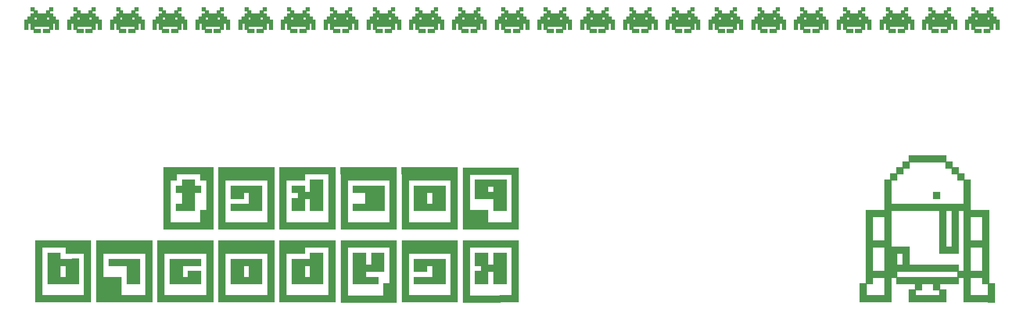
<source format=gbs>
G04 ---------------------------- Layer name :BOTTOM SOLDER LAYER*
G04 easyEDA 0.1*
G04 Scale: 100 percent, Rotated: No, Reflected: No *
G04 Dimensions in inches *
G04 leading zeros omitted , absolute positions ,2 integer and 4 * 
%FSLAX24Y24*%
%MOIN*%
G90*
G70D02*

%ADD12R,0.047370X0.047370*%
%ADD13R,0.027685X0.027685*%

%LPD*%
%LNVIA PAD TRACK COPPERAREA*%
G54D12*
G01X62813Y36355D03*
G01X63206Y36355D03*
G01X63601Y36355D03*
G01X63993Y36355D03*
G01X64388Y36355D03*
G01X64781Y36355D03*
G01X62419Y35961D03*
G01X62026Y35567D03*
G01X61631Y35173D03*
G01X65175Y35961D03*
G01X65568Y35567D03*
G01X65964Y35173D03*
G01X61239Y34780D03*
G01X61239Y34386D03*
G01X61239Y33992D03*
G01X66358Y34779D03*
G01X66358Y34386D03*
G01X66358Y33992D03*
G01X61239Y33598D03*
G01X61239Y33205D03*
G01X61631Y33205D03*
G01X62026Y33204D03*
G01X62419Y33204D03*
G01X62813Y33204D03*
G01X63206Y33204D03*
G01X63993Y33204D03*
G01X63601Y33204D03*
G01X64388Y33204D03*
G01X64781Y33204D03*
G01X65568Y33205D03*
G01X65175Y33205D03*
G01X65961Y33205D03*
G01X66356Y33205D03*
G01X66356Y33598D03*
G01X64385Y33992D03*
G01X61238Y32811D03*
G01X60843Y32811D03*
G01X60450Y32811D03*
G01X60056Y32811D03*
G01X60056Y32417D03*
G01X60056Y32023D03*
G01X60056Y31630D03*
G01X60056Y31236D03*
G01X60056Y30844D03*
G01X60451Y30844D03*
G01X60843Y30844D03*
G01X61238Y30844D03*
G01X61238Y31236D03*
G01X61238Y31630D03*
G01X61238Y32025D03*
G01X61238Y32419D03*
G01X60056Y30450D03*
G01X60055Y30055D03*
G01X60056Y29661D03*
G01X60056Y29267D03*
G01X61238Y30450D03*
G01X61238Y30055D03*
G01X61238Y29661D03*
G01X61238Y29267D03*
G01X60056Y28875D03*
G01X60450Y28875D03*
G01X60843Y28875D03*
G01X61238Y28875D03*
G01X60056Y28480D03*
G01X59663Y28086D03*
G01X59661Y27694D03*
G01X59663Y27300D03*
G01X60056Y27300D03*
G01X60451Y27300D03*
G01X60844Y27300D03*
G01X61238Y27300D03*
G01X61238Y27692D03*
G01X61238Y28088D03*
G01X61238Y28480D03*
G01X67536Y32813D03*
G01X67143Y32815D03*
G01X66748Y32815D03*
G01X66355Y32815D03*
G01X66356Y32421D03*
G01X66356Y32027D03*
G01X66356Y31634D03*
G01X66356Y31240D03*
G01X66356Y30846D03*
G01X66750Y30846D03*
G01X67143Y30846D03*
G01X67538Y30842D03*
G01X67536Y31240D03*
G01X67536Y31634D03*
G01X67536Y32028D03*
G01X67536Y32421D03*
G01X66356Y30453D03*
G01X66354Y30059D03*
G01X66356Y29665D03*
G01X66356Y29271D03*
G01X67536Y30453D03*
G01X67536Y30059D03*
G01X67536Y29665D03*
G01X67536Y29271D03*
G01X66355Y28878D03*
G01X66748Y28878D03*
G01X67143Y28878D03*
G01X67536Y28878D03*
G01X66356Y28484D03*
G01X67931Y27298D03*
G01X66356Y28086D03*
G01X66356Y27692D03*
G01X66356Y27303D03*
G01X66748Y27303D03*
G01X67143Y27300D03*
G01X67538Y27300D03*
G01X67931Y27692D03*
G01X67931Y28086D03*
G01X67536Y28484D03*
G01X61631Y28875D03*
G01X65963Y28875D03*
G01X62023Y29269D03*
G01X62418Y29269D03*
G01X62811Y29269D03*
G01X63205Y29269D03*
G01X63598Y29269D03*
G01X63993Y29269D03*
G01X64385Y29269D03*
G01X64780Y29269D03*
G01X65173Y29269D03*
G01X65567Y29269D03*
G01X62025Y28482D03*
G01X62418Y28482D03*
G01X62813Y28482D03*
G01X63600Y28482D03*
G01X63993Y28482D03*
G01X64386Y28482D03*
G01X64781Y28482D03*
G01X65175Y28482D03*
G01X65568Y28482D03*
G01X63206Y28482D03*
G01X63206Y28088D03*
G01X64388Y28088D03*
G01X62811Y27694D03*
G01X64781Y27694D03*
G01X62810Y27300D03*
G01X64781Y27300D03*
G01X63206Y27300D03*
G01X63600Y27300D03*
G01X63993Y27300D03*
G01X64386Y27300D03*
G01X61631Y29269D03*
G01X61631Y29663D03*
G01X61631Y30055D03*
G01X61631Y30450D03*
G01X62418Y29661D03*
G01X62418Y30055D03*
G01X62418Y30450D03*
G01X62025Y30450D03*
G01X64780Y32811D03*
G01X64781Y32417D03*
G01X64781Y32023D03*
G01X64781Y31630D03*
G01X64781Y31236D03*
G01X64781Y30842D03*
G01X64781Y30450D03*
G01X65175Y30450D03*
G01X65568Y30450D03*
G01X65568Y30844D03*
G01X65568Y31238D03*
G01X65568Y31630D03*
G01X65568Y32025D03*
G01X65568Y32419D03*
G01X65568Y32811D03*
G01X30925Y34386D03*
G01X31319Y34386D03*
G01X30925Y33992D03*
G01X31318Y33992D03*
G01X30925Y33598D03*
G01X31318Y33598D03*
G01X30925Y33205D03*
G01X31318Y33205D03*
G01X32106Y34386D03*
G01X32500Y34388D03*
G01X32106Y33992D03*
G01X32500Y33992D03*
G01X32106Y33598D03*
G01X32500Y33598D03*
G01X32106Y33205D03*
G01X32500Y33205D03*
G01X31713Y34386D03*
G01X31713Y33205D03*
G01X30136Y34782D03*
G01X30138Y34386D03*
G01X30138Y33992D03*
G01X30138Y33598D03*
G01X30138Y33205D03*
G01X30138Y32811D03*
G01X30138Y32417D03*
G01X30138Y32023D03*
G01X30531Y32023D03*
G01X30925Y32023D03*
G01X31318Y32023D03*
G01X31713Y32023D03*
G01X32106Y32023D03*
G01X32500Y32023D03*
G01X32893Y32023D03*
G01X33288Y32023D03*
G01X33288Y32417D03*
G01X33286Y32811D03*
G01X33288Y33205D03*
G01X33286Y33598D03*
G01X33288Y33992D03*
G01X33288Y34386D03*
G01X33288Y34780D03*
G01X30136Y35173D03*
G01X30531Y35173D03*
G01X30925Y35173D03*
G01X31318Y35173D03*
G01X31713Y35173D03*
G01X32106Y35173D03*
G01X32500Y35173D03*
G01X32893Y35173D03*
G01X33288Y35173D03*
G01X35261Y34386D03*
G01X36047Y34384D03*
G01X34865Y34386D03*
G01X36440Y34386D03*
G01X34864Y33990D03*
G01X35261Y33990D03*
G01X35654Y33990D03*
G01X36047Y33992D03*
G01X36440Y33990D03*
G01X34865Y34780D03*
G01X35261Y34780D03*
G01X35654Y34780D03*
G01X36047Y34780D03*
G01X36440Y34780D03*
G01X36050Y33598D03*
G01X36443Y33598D03*
G01X36050Y33205D03*
G01X36443Y33205D03*
G01X34079Y35173D03*
G01X34079Y34780D03*
G01X34079Y34386D03*
G01X34077Y33990D03*
G01X34079Y33598D03*
G01X34077Y33205D03*
G01X34077Y32811D03*
G01X35261Y32811D03*
G01X34473Y32811D03*
G01X34868Y32811D03*
G01X35261Y32417D03*
G01X35261Y32023D03*
G01X35654Y32023D03*
G01X36047Y32023D03*
G01X36443Y32021D03*
G01X36836Y32021D03*
G01X37231Y32415D03*
G01X37231Y32021D03*
G01X37227Y32811D03*
G01X37227Y33205D03*
G01X37227Y33598D03*
G01X37227Y33992D03*
G01X37227Y34386D03*
G01X37227Y34780D03*
G01X37229Y35171D03*
G01X34075Y35565D03*
G01X34472Y35565D03*
G01X34865Y35565D03*
G01X35261Y35565D03*
G01X35654Y35565D03*
G01X36047Y35565D03*
G01X36440Y35565D03*
G01X36836Y35565D03*
G01X37227Y35565D03*
G01X26993Y34386D03*
G01X27388Y34386D03*
G01X27784Y33990D03*
G01X28177Y33990D03*
G01X27784Y33598D03*
G01X28177Y33598D03*
G01X26993Y33205D03*
G01X27386Y33205D03*
G01X28175Y34386D03*
G01X28568Y34388D03*
G01X28572Y33990D03*
G01X28572Y33598D03*
G01X28175Y33205D03*
G01X28568Y33205D03*
G01X27781Y34386D03*
G01X27781Y33205D03*
G01X26203Y34782D03*
G01X26206Y34386D03*
G01X26206Y33992D03*
G01X26206Y33598D03*
G01X26206Y33205D03*
G01X26206Y32811D03*
G01X26206Y32417D03*
G01X26206Y32023D03*
G01X26600Y32023D03*
G01X26993Y32023D03*
G01X27386Y32023D03*
G01X27781Y32023D03*
G01X28175Y32023D03*
G01X28568Y32023D03*
G01X28961Y32023D03*
G01X29356Y32023D03*
G01X29356Y32417D03*
G01X29353Y32811D03*
G01X29356Y33205D03*
G01X29353Y33598D03*
G01X29356Y33992D03*
G01X29356Y34386D03*
G01X29356Y34780D03*
G01X26203Y35173D03*
G01X26600Y35173D03*
G01X26993Y35173D03*
G01X27386Y35173D03*
G01X27781Y35173D03*
G01X28175Y35173D03*
G01X28568Y35173D03*
G01X28961Y35173D03*
G01X29356Y35173D03*
G01X24228Y34776D03*
G01X24228Y34382D03*
G01X24228Y33988D03*
G01X24228Y33594D03*
G01X24228Y33201D03*
G01X24622Y34776D03*
G01X24622Y34384D03*
G01X24622Y33990D03*
G01X24622Y33594D03*
G01X24622Y33203D03*
G01X23834Y33990D03*
G01X23439Y33990D03*
G01X23044Y34382D03*
G01X23438Y34382D03*
G01X23044Y33594D03*
G01X23044Y33201D03*
G01X23438Y33201D03*
G01X23438Y33594D03*
G01X22259Y35173D03*
G01X22261Y34780D03*
G01X22261Y33992D03*
G01X22261Y33596D03*
G01X22261Y33203D03*
G01X22261Y32809D03*
G01X22261Y32415D03*
G01X22261Y32021D03*
G01X22261Y34384D03*
G01X25411Y34780D03*
G01X25413Y34384D03*
G01X25413Y33990D03*
G01X25413Y33596D03*
G01X25413Y33203D03*
G01X25413Y32811D03*
G01X25413Y32415D03*
G01X25413Y32021D03*
G01X25411Y35171D03*
G01X22261Y35567D03*
G01X22653Y35567D03*
G01X23048Y35567D03*
G01X23443Y35567D03*
G01X23836Y35567D03*
G01X24228Y35567D03*
G01X22653Y32023D03*
G01X23050Y32023D03*
G01X23443Y32023D03*
G01X23836Y32023D03*
G01X24228Y32023D03*
G01X24623Y32023D03*
G01X25017Y32023D03*
G01X24625Y35567D03*
G01X25017Y35567D03*
G01X25411Y35567D03*
G01X19109Y34384D03*
G01X19500Y34386D03*
G01X19109Y33990D03*
G01X19500Y33990D03*
G01X20293Y33594D03*
G01X20686Y33594D03*
G01X19109Y33203D03*
G01X19500Y33203D03*
G01X20292Y33988D03*
G01X20684Y33988D03*
G01X19897Y34384D03*
G01X20292Y34384D03*
G01X20288Y33205D03*
G01X20681Y33205D03*
G01X20684Y34382D03*
G01X19894Y33203D03*
G01X18318Y34780D03*
G01X18319Y34384D03*
G01X18319Y33990D03*
G01X18319Y33596D03*
G01X18319Y33203D03*
G01X18319Y32811D03*
G01X18319Y32415D03*
G01X18319Y32021D03*
G01X18713Y32021D03*
G01X19109Y32021D03*
G01X19500Y32021D03*
G01X19894Y32021D03*
G01X20288Y32021D03*
G01X20684Y32021D03*
G01X21075Y32021D03*
G01X21469Y32021D03*
G01X21469Y32415D03*
G01X21468Y32811D03*
G01X21469Y33205D03*
G01X21468Y33596D03*
G01X21469Y33990D03*
G01X21469Y34386D03*
G01X21469Y34778D03*
G01X18318Y35171D03*
G01X18713Y35171D03*
G01X19109Y35171D03*
G01X19500Y35171D03*
G01X19894Y35171D03*
G01X20288Y35171D03*
G01X20681Y35171D03*
G01X21075Y35171D03*
G01X21469Y35171D03*
G01X23046Y35169D03*
G01X23439Y35169D03*
G01X22652Y35169D03*
G01X15967Y34782D03*
G01X15967Y34388D03*
G01X15967Y33994D03*
G01X15967Y33601D03*
G01X15967Y33207D03*
G01X16363Y34782D03*
G01X16363Y34388D03*
G01X16361Y33994D03*
G01X16363Y33601D03*
G01X16361Y33207D03*
G01X15575Y34388D03*
G01X16756Y34388D03*
G01X15571Y33203D03*
G01X15571Y32026D03*
G01X15967Y32026D03*
G01X16363Y32028D03*
G01X16756Y32026D03*
G01X17150Y32028D03*
G01X17542Y32026D03*
G01X17542Y32419D03*
G01X17542Y32815D03*
G01X17542Y33209D03*
G01X17542Y33601D03*
G01X17542Y33994D03*
G01X17542Y34390D03*
G01X17542Y34782D03*
G01X17542Y35176D03*
G01X17150Y35176D03*
G01X16756Y35569D03*
G01X17150Y35569D03*
G01X17542Y35569D03*
G01X16361Y35569D03*
G01X15967Y35569D03*
G01X15575Y35569D03*
G01X15181Y35176D03*
G01X15181Y35569D03*
G01X14788Y34782D03*
G01X14788Y35176D03*
G01X14788Y35569D03*
G01X14788Y34388D03*
G01X14788Y33994D03*
G01X14788Y33601D03*
G01X15181Y32026D03*
G01X14788Y32026D03*
G01X14788Y32419D03*
G01X14788Y32815D03*
G01X14788Y33209D03*
G01X17147Y32415D03*
G01X17147Y32809D03*
G01X34863Y30055D03*
G01X34863Y29663D03*
G01X35254Y29267D03*
G01X34863Y28875D03*
G01X34863Y28482D03*
G01X35259Y30055D03*
G01X35259Y29663D03*
G01X35650Y29267D03*
G01X35259Y28875D03*
G01X35259Y28482D03*
G01X36042Y29265D03*
G01X36436Y29267D03*
G01X36044Y29663D03*
G01X36438Y29661D03*
G01X36438Y30055D03*
G01X36044Y30055D03*
G01X36046Y28873D03*
G01X36044Y28480D03*
G01X36438Y28480D03*
G01X36438Y28875D03*
G01X34077Y30053D03*
G01X34077Y29657D03*
G01X34077Y29263D03*
G01X34077Y28869D03*
G01X34077Y28477D03*
G01X34077Y28082D03*
G01X34077Y27688D03*
G01X34073Y30444D03*
G01X37227Y30055D03*
G01X37227Y29661D03*
G01X37227Y29267D03*
G01X37227Y28873D03*
G01X37227Y28480D03*
G01X37227Y28086D03*
G01X37227Y27692D03*
G01X37223Y30448D03*
G01X34077Y27298D03*
G01X34467Y27298D03*
G01X34863Y27298D03*
G01X35257Y27298D03*
G01X35652Y27298D03*
G01X36042Y27298D03*
G01X36438Y27301D03*
G01X36830Y27301D03*
G01X37227Y27302D03*
G01X34077Y30846D03*
G01X34467Y30846D03*
G01X34863Y30846D03*
G01X35257Y30846D03*
G01X35652Y30846D03*
G01X36042Y30846D03*
G01X36438Y30848D03*
G01X36830Y30848D03*
G01X37227Y30848D03*
G01X30928Y29663D03*
G01X31325Y29665D03*
G01X30928Y29271D03*
G01X31325Y29271D03*
G01X32105Y28873D03*
G01X32500Y28873D03*
G01X30928Y28482D03*
G01X31325Y28482D03*
G01X32111Y29267D03*
G01X32507Y29267D03*
G01X31719Y29663D03*
G01X32111Y29663D03*
G01X32111Y28484D03*
G01X32503Y28484D03*
G01X32507Y29661D03*
G01X31715Y28482D03*
G01X30140Y30059D03*
G01X30140Y29663D03*
G01X30140Y29271D03*
G01X30140Y28877D03*
G01X30140Y28482D03*
G01X30140Y28090D03*
G01X30140Y27696D03*
G01X30140Y27302D03*
G01X30536Y27302D03*
G01X30928Y27302D03*
G01X31325Y27302D03*
G01X31715Y27302D03*
G01X32111Y27302D03*
G01X32503Y27302D03*
G01X32900Y27302D03*
G01X33290Y27302D03*
G01X33290Y27696D03*
G01X33290Y28090D03*
G01X33290Y28484D03*
G01X33290Y28877D03*
G01X33290Y29271D03*
G01X33290Y29665D03*
G01X33290Y30057D03*
G01X30140Y30452D03*
G01X30536Y30452D03*
G01X30928Y30452D03*
G01X31325Y30452D03*
G01X31715Y30452D03*
G01X32111Y30452D03*
G01X32503Y30452D03*
G01X32900Y30452D03*
G01X33290Y30452D03*
G01X26986Y30055D03*
G01X26986Y29661D03*
G01X26986Y29267D03*
G01X27380Y30055D03*
G01X27380Y29661D03*
G01X27380Y29267D03*
G01X28169Y30055D03*
G01X28169Y29661D03*
G01X28169Y29267D03*
G01X28561Y30055D03*
G01X28561Y29661D03*
G01X28561Y29267D03*
G01X27775Y29267D03*
G01X26986Y28873D03*
G01X27378Y28873D03*
G01X28167Y28480D03*
G01X26986Y28480D03*
G01X27775Y28480D03*
G01X27380Y28480D03*
G01X26200Y30842D03*
G01X26594Y30842D03*
G01X26988Y30842D03*
G01X27382Y30842D03*
G01X27775Y30842D03*
G01X28169Y30842D03*
G01X28561Y30842D03*
G01X28957Y30842D03*
G01X29350Y30842D03*
G01X26200Y30055D03*
G01X26200Y29659D03*
G01X26200Y29265D03*
G01X26200Y28871D03*
G01X26200Y28478D03*
G01X28957Y28086D03*
G01X28957Y27692D03*
G01X26594Y27298D03*
G01X26200Y30446D03*
G01X29350Y30055D03*
G01X29350Y29659D03*
G01X29350Y29265D03*
G01X29350Y28871D03*
G01X29350Y28478D03*
G01X29350Y28084D03*
G01X29350Y27690D03*
G01X29350Y27296D03*
G01X29350Y30446D03*
G01X26986Y27298D03*
G01X27382Y27298D03*
G01X27775Y27298D03*
G01X28169Y27298D03*
G01X28561Y27298D03*
G01X28957Y27298D03*
G01X26200Y28086D03*
G01X26200Y27692D03*
G01X26200Y27298D03*
G01X23050Y29663D03*
G01X23444Y29663D03*
G01X23050Y29269D03*
G01X23442Y29269D03*
G01X23050Y28876D03*
G01X23442Y28876D03*
G01X23050Y28482D03*
G01X23442Y28482D03*
G01X24230Y29663D03*
G01X24625Y29665D03*
G01X24230Y29271D03*
G01X24625Y29271D03*
G01X24230Y28877D03*
G01X24625Y28877D03*
G01X24230Y28482D03*
G01X24625Y28482D03*
G01X23836Y29663D03*
G01X23836Y28482D03*
G01X22261Y30059D03*
G01X22261Y29663D03*
G01X22261Y29269D03*
G01X22261Y28876D03*
G01X22261Y28482D03*
G01X22261Y28088D03*
G01X22261Y27694D03*
G01X22261Y27301D03*
G01X22655Y27301D03*
G01X23050Y27301D03*
G01X23442Y27301D03*
G01X23836Y27301D03*
G01X24230Y27301D03*
G01X24625Y27301D03*
G01X25017Y27301D03*
G01X25411Y27301D03*
G01X25411Y27694D03*
G01X25411Y28088D03*
G01X25411Y28482D03*
G01X25411Y28876D03*
G01X25411Y29269D03*
G01X25411Y29663D03*
G01X25411Y30057D03*
G01X22261Y30451D03*
G01X23050Y30844D03*
G01X24625Y30053D03*
G01X22657Y30844D03*
G01X22261Y30844D03*
G01X24232Y30053D03*
G01X23444Y30844D03*
G01X23836Y30844D03*
G01X25411Y30451D03*
G01X24230Y30844D03*
G01X24625Y30844D03*
G01X25019Y30844D03*
G01X25411Y30844D03*
G01X23050Y30448D03*
G01X23442Y30448D03*
G01X22653Y30448D03*
G01X19111Y29663D03*
G01X19505Y29665D03*
G01X19111Y29271D03*
G01X19503Y29271D03*
G01X19111Y28877D03*
G01X19503Y28877D03*
G01X19111Y28482D03*
G01X19503Y28482D03*
G01X20292Y29665D03*
G01X20686Y29665D03*
G01X20292Y29271D03*
G01X20686Y29271D03*
G01X20292Y28878D03*
G01X20686Y28878D03*
G01X20292Y28484D03*
G01X20686Y28484D03*
G01X19900Y29665D03*
G01X19900Y28482D03*
G01X18323Y30059D03*
G01X18325Y29663D03*
G01X18325Y29271D03*
G01X18325Y28877D03*
G01X18325Y28482D03*
G01X18325Y28090D03*
G01X18325Y27696D03*
G01X18325Y27302D03*
G01X18717Y27302D03*
G01X19111Y27302D03*
G01X19503Y27302D03*
G01X19900Y27302D03*
G01X20292Y27302D03*
G01X20686Y27302D03*
G01X21078Y27302D03*
G01X21475Y27302D03*
G01X21475Y27696D03*
G01X21473Y28090D03*
G01X21475Y28484D03*
G01X21473Y28877D03*
G01X21475Y29271D03*
G01X21475Y29665D03*
G01X21475Y30057D03*
G01X18323Y30452D03*
G01X18717Y30452D03*
G01X19111Y30452D03*
G01X19503Y30452D03*
G01X19900Y30452D03*
G01X20292Y30452D03*
G01X20686Y30452D03*
G01X21078Y30452D03*
G01X21475Y30452D03*
G01X15173Y29665D03*
G01X15567Y29665D03*
G01X15173Y28876D03*
G01X15567Y28876D03*
G01X16355Y28877D03*
G01X16750Y28877D03*
G01X15173Y28484D03*
G01X15565Y28484D03*
G01X15175Y29267D03*
G01X15569Y29267D03*
G01X15961Y29663D03*
G01X16357Y29663D03*
G01X16353Y28484D03*
G01X16748Y28484D03*
G01X16750Y29663D03*
G01X15961Y28484D03*
G01X14384Y30061D03*
G01X14386Y29665D03*
G01X14386Y29271D03*
G01X14386Y28878D03*
G01X14386Y28484D03*
G01X14386Y28090D03*
G01X14386Y27696D03*
G01X14386Y27303D03*
G01X14778Y27303D03*
G01X15173Y27303D03*
G01X15565Y27303D03*
G01X15961Y27303D03*
G01X16353Y27303D03*
G01X16748Y27303D03*
G01X17140Y27303D03*
G01X17536Y27303D03*
G01X17536Y27696D03*
G01X17534Y28090D03*
G01X17536Y28484D03*
G01X17534Y28878D03*
G01X17536Y29271D03*
G01X17536Y29665D03*
G01X17536Y30059D03*
G01X14384Y30453D03*
G01X14778Y30453D03*
G01X15173Y30453D03*
G01X15565Y30453D03*
G01X15961Y30453D03*
G01X16353Y30453D03*
G01X16748Y30453D03*
G01X17140Y30453D03*
G01X17536Y30453D03*
G01X11239Y29661D03*
G01X12419Y29267D03*
G01X12419Y28875D03*
G01X12419Y28480D03*
G01X11631Y29661D03*
G01X12813Y29267D03*
G01X12813Y28875D03*
G01X12813Y28480D03*
G01X12026Y29661D03*
G01X12419Y29661D03*
G01X10457Y27303D03*
G01X10850Y27303D03*
G01X10453Y27698D03*
G01X10455Y28092D03*
G01X10453Y28486D03*
G01X10455Y28880D03*
G01X10455Y29273D03*
G01X10455Y29667D03*
G01X10455Y30061D03*
G01X11244Y27303D03*
G01X11636Y27303D03*
G01X12030Y27303D03*
G01X12423Y27303D03*
G01X10844Y27694D03*
G01X10844Y28088D03*
G01X11240Y28088D03*
G01X11632Y28088D03*
G01X12813Y29661D03*
G01X13607Y29271D03*
G01X13607Y28878D03*
G01X11632Y28482D03*
G01X11238Y27694D03*
G01X11632Y27694D03*
G01X13211Y27303D03*
G01X12817Y27303D03*
G01X10844Y28482D03*
G01X11240Y28482D03*
G01X13605Y30059D03*
G01X13605Y29665D03*
G01X13605Y28092D03*
G01X13605Y28484D03*
G01X13605Y27698D03*
G01X13605Y27303D03*
G01X7303Y29665D03*
G01X7696Y29665D03*
G01X7303Y29271D03*
G01X7694Y29271D03*
G01X7303Y28878D03*
G01X7694Y28878D03*
G01X7303Y28484D03*
G01X7694Y28484D03*
G01X8482Y29665D03*
G01X8878Y29667D03*
G01X8482Y29273D03*
G01X8875Y29273D03*
G01X8482Y28878D03*
G01X8875Y28878D03*
G01X8482Y28484D03*
G01X8875Y28484D03*
G01X8088Y29665D03*
G01X8088Y28484D03*
G01X6511Y30061D03*
G01X6513Y29665D03*
G01X6513Y29271D03*
G01X6513Y28878D03*
G01X6513Y28484D03*
G01X6513Y28090D03*
G01X6513Y27696D03*
G01X6513Y27303D03*
G01X6907Y27303D03*
G01X7303Y27303D03*
G01X7694Y27303D03*
G01X8088Y27303D03*
G01X8482Y27303D03*
G01X8878Y27303D03*
G01X9269Y27303D03*
G01X9663Y27303D03*
G01X9663Y27696D03*
G01X9661Y28090D03*
G01X9663Y28484D03*
G01X9661Y28878D03*
G01X9663Y29271D03*
G01X9663Y29665D03*
G01X9663Y30059D03*
G01X6511Y30453D03*
G01X7303Y30846D03*
G01X7694Y30055D03*
G01X6907Y30846D03*
G01X6515Y30846D03*
G01X7302Y30055D03*
G01X7696Y30846D03*
G01X8090Y30846D03*
G01X9663Y30453D03*
G01X8482Y30846D03*
G01X8878Y30846D03*
G01X9271Y30846D03*
G01X9665Y30846D03*
G01X8878Y30448D03*
G01X9271Y30448D03*
G01X8484Y30448D03*
G01X34860Y32419D03*
G01X34859Y32026D03*
G01X34465Y32027D03*
G01X34072Y32027D03*
G01X34072Y32421D03*
G01X34465Y32419D03*
G01X30132Y35569D03*
G01X30528Y35569D03*
G01X30923Y35569D03*
G01X31318Y35569D03*
G01X31711Y35569D03*
G01X32103Y35569D03*
G01X32498Y35569D03*
G01X32893Y35569D03*
G01X33285Y35569D03*
G01X26197Y35569D03*
G01X26593Y35569D03*
G01X26986Y35569D03*
G01X27381Y35569D03*
G01X27775Y35569D03*
G01X28168Y35569D03*
G01X28561Y35569D03*
G01X28956Y35569D03*
G01X29348Y35569D03*
G01X18323Y35569D03*
G01X18719Y35569D03*
G01X19114Y35569D03*
G01X19509Y35569D03*
G01X19902Y35569D03*
G01X20294Y35569D03*
G01X20689Y35569D03*
G01X21084Y35569D03*
G01X21475Y35569D03*
G01X30140Y30844D03*
G01X30536Y30844D03*
G01X30928Y30844D03*
G01X31325Y30844D03*
G01X31717Y30844D03*
G01X32111Y30844D03*
G01X32503Y30844D03*
G01X32900Y30844D03*
G01X33290Y30844D03*
G01X18328Y30844D03*
G01X18725Y30844D03*
G01X19119Y30844D03*
G01X19513Y30844D03*
G01X19906Y30844D03*
G01X20300Y30844D03*
G01X20694Y30844D03*
G01X21088Y30844D03*
G01X21480Y30844D03*
G01X14392Y30844D03*
G01X14788Y30844D03*
G01X15182Y30844D03*
G01X15577Y30844D03*
G01X15969Y30844D03*
G01X16363Y30844D03*
G01X16757Y30844D03*
G01X17152Y30844D03*
G01X17544Y30844D03*
G01X10450Y30450D03*
G01X10844Y30450D03*
G01X11239Y30450D03*
G01X11631Y30450D03*
G01X12025Y30450D03*
G01X12419Y30450D03*
G01X12814Y30450D03*
G01X13206Y30450D03*
G01X13602Y30448D03*
G01X10450Y30844D03*
G01X10844Y30844D03*
G01X11239Y30844D03*
G01X11631Y30844D03*
G01X12025Y30844D03*
G01X12419Y30844D03*
G01X12814Y30844D03*
G01X13206Y30844D03*
G01X13602Y30842D03*
G01X14389Y30844D03*
G01X14784Y30844D03*
G01X15178Y30844D03*
G01X15571Y30844D03*
G01X15964Y30844D03*
G01X16359Y30844D03*
G01X16753Y30844D03*
G01X17146Y30844D03*
G01X17542Y30842D03*
G01X18325Y30844D03*
G01X18719Y30844D03*
G01X19114Y30844D03*
G01X19506Y30844D03*
G01X19900Y30844D03*
G01X20294Y30844D03*
G01X20689Y30844D03*
G01X21081Y30844D03*
G01X21477Y30842D03*
G01X22260Y30844D03*
G01X22656Y30844D03*
G01X23051Y30844D03*
G01X23443Y30844D03*
G01X23835Y30844D03*
G01X24231Y30844D03*
G01X24626Y30844D03*
G01X25018Y30844D03*
G01X25414Y30842D03*
G01X30135Y30844D03*
G01X30531Y30844D03*
G01X30926Y30844D03*
G01X31318Y30844D03*
G01X31710Y30844D03*
G01X32106Y30844D03*
G01X32501Y30844D03*
G01X32893Y30844D03*
G01X33289Y30842D03*
G01X34072Y30844D03*
G01X34468Y30844D03*
G01X34863Y30844D03*
G01X35255Y30844D03*
G01X35647Y30844D03*
G01X36043Y30844D03*
G01X36438Y30844D03*
G01X36830Y30844D03*
G01X37226Y30842D03*
G01X26197Y35567D03*
G01X26593Y35567D03*
G01X26988Y35567D03*
G01X27380Y35567D03*
G01X27772Y35567D03*
G01X28168Y35567D03*
G01X28563Y35567D03*
G01X28955Y35567D03*
G01X29351Y35567D03*
G01X18325Y35567D03*
G01X18719Y35567D03*
G01X19114Y35567D03*
G01X19506Y35567D03*
G01X19900Y35567D03*
G01X20294Y35567D03*
G01X20689Y35567D03*
G01X21081Y35567D03*
G01X21477Y35567D03*
G54D13*
G01X6121Y46001D03*
G01X6317Y45805D03*
G01X7105Y45805D03*
G01X7301Y46001D03*
G01X6119Y45607D03*
G01X6317Y45607D03*
G01X6514Y45607D03*
G01X6711Y45607D03*
G01X6907Y45607D03*
G01X7103Y45607D03*
G01X7301Y45607D03*
G01X5923Y45409D03*
G01X6121Y45409D03*
G01X7301Y45409D03*
G01X7498Y45409D03*
G01X6514Y45409D03*
G01X6711Y45409D03*
G01X5726Y45213D03*
G01X6907Y45409D03*
G01X5923Y45213D03*
G01X6119Y45213D03*
G01X6317Y45213D03*
G01X6513Y45213D03*
G01X6710Y45213D03*
G01X6907Y45213D03*
G01X7103Y45213D03*
G01X7301Y45213D03*
G01X7498Y45213D03*
G01X7694Y45213D03*
G01X5726Y45015D03*
G01X5726Y44819D03*
G01X7694Y45017D03*
G01X7694Y44819D03*
G01X6121Y45015D03*
G01X6119Y44819D03*
G01X7302Y44819D03*
G01X7301Y45017D03*
G01X6315Y45015D03*
G01X6511Y45015D03*
G01X6709Y45015D03*
G01X6906Y45015D03*
G01X7103Y45015D03*
G01X6317Y44621D03*
G01X6513Y44623D03*
G01X7103Y44621D03*
G01X6907Y44623D03*
G01X8878Y46001D03*
G01X9075Y45805D03*
G01X9863Y45805D03*
G01X10059Y46001D03*
G01X8877Y45607D03*
G01X9075Y45607D03*
G01X9272Y45607D03*
G01X9469Y45607D03*
G01X9665Y45607D03*
G01X9861Y45607D03*
G01X10059Y45607D03*
G01X8681Y45409D03*
G01X8878Y45409D03*
G01X10059Y45409D03*
G01X10256Y45409D03*
G01X9272Y45409D03*
G01X9469Y45409D03*
G01X8484Y45213D03*
G01X9665Y45409D03*
G01X8681Y45213D03*
G01X8877Y45213D03*
G01X9075Y45213D03*
G01X9271Y45213D03*
G01X9468Y45213D03*
G01X9665Y45213D03*
G01X9861Y45213D03*
G01X10059Y45213D03*
G01X10256Y45213D03*
G01X10452Y45213D03*
G01X8484Y45015D03*
G01X8484Y44819D03*
G01X10452Y45017D03*
G01X10452Y44819D03*
G01X8878Y45015D03*
G01X8877Y44819D03*
G01X10060Y44819D03*
G01X10059Y45017D03*
G01X9073Y45015D03*
G01X9269Y45015D03*
G01X9467Y45015D03*
G01X9664Y45015D03*
G01X9861Y45015D03*
G01X9075Y44621D03*
G01X9271Y44623D03*
G01X9861Y44621D03*
G01X9665Y44623D03*
G01X11635Y46001D03*
G01X11831Y45805D03*
G01X12618Y45805D03*
G01X12814Y46001D03*
G01X11634Y45607D03*
G01X11831Y45607D03*
G01X12027Y45607D03*
G01X12226Y45607D03*
G01X12422Y45607D03*
G01X12618Y45607D03*
G01X12814Y45607D03*
G01X11438Y45409D03*
G01X11635Y45409D03*
G01X12814Y45409D03*
G01X13013Y45409D03*
G01X12027Y45409D03*
G01X12226Y45409D03*
G01X11239Y45213D03*
G01X12422Y45409D03*
G01X11438Y45213D03*
G01X11634Y45213D03*
G01X11831Y45213D03*
G01X12027Y45213D03*
G01X12223Y45213D03*
G01X12422Y45213D03*
G01X12618Y45213D03*
G01X12814Y45213D03*
G01X13013Y45213D03*
G01X13209Y45213D03*
G01X11239Y45015D03*
G01X11239Y44819D03*
G01X13209Y45017D03*
G01X13209Y44819D03*
G01X11635Y45015D03*
G01X11634Y44819D03*
G01X12815Y44819D03*
G01X12814Y45017D03*
G01X11830Y45015D03*
G01X12026Y45015D03*
G01X12222Y45015D03*
G01X12419Y45015D03*
G01X12618Y45015D03*
G01X11831Y44621D03*
G01X12027Y44623D03*
G01X12618Y44621D03*
G01X12422Y44623D03*
G01X14389Y46001D03*
G01X14585Y45805D03*
G01X15373Y45805D03*
G01X15569Y46001D03*
G01X14389Y45607D03*
G01X14585Y45607D03*
G01X14782Y45607D03*
G01X14981Y45607D03*
G01X15177Y45607D03*
G01X15372Y45607D03*
G01X15569Y45607D03*
G01X14193Y45409D03*
G01X14389Y45409D03*
G01X15569Y45409D03*
G01X15768Y45409D03*
G01X14782Y45409D03*
G01X14981Y45409D03*
G01X13994Y45213D03*
G01X15177Y45409D03*
G01X14193Y45213D03*
G01X14389Y45213D03*
G01X14585Y45213D03*
G01X14781Y45213D03*
G01X14978Y45213D03*
G01X15177Y45213D03*
G01X15372Y45213D03*
G01X15569Y45213D03*
G01X15768Y45213D03*
G01X15964Y45213D03*
G01X13994Y45015D03*
G01X13994Y44819D03*
G01X15964Y45017D03*
G01X15964Y44819D03*
G01X14389Y45015D03*
G01X14389Y44819D03*
G01X15571Y44819D03*
G01X15569Y45017D03*
G01X14585Y45015D03*
G01X14781Y45015D03*
G01X14977Y45015D03*
G01X15175Y45015D03*
G01X15372Y45015D03*
G01X14585Y44621D03*
G01X14781Y44623D03*
G01X15372Y44621D03*
G01X15177Y44623D03*
G01X17146Y46001D03*
G01X17342Y45805D03*
G01X18130Y45805D03*
G01X18326Y46001D03*
G01X17144Y45607D03*
G01X17342Y45607D03*
G01X17539Y45607D03*
G01X17736Y45607D03*
G01X17932Y45607D03*
G01X18128Y45607D03*
G01X18326Y45607D03*
G01X16948Y45409D03*
G01X17146Y45409D03*
G01X18326Y45409D03*
G01X18523Y45409D03*
G01X17539Y45409D03*
G01X17736Y45409D03*
G01X16751Y45213D03*
G01X17932Y45409D03*
G01X16948Y45213D03*
G01X17144Y45213D03*
G01X17342Y45213D03*
G01X17538Y45213D03*
G01X17735Y45213D03*
G01X17932Y45213D03*
G01X18128Y45213D03*
G01X18326Y45213D03*
G01X18523Y45213D03*
G01X18719Y45213D03*
G01X16751Y45017D03*
G01X16751Y44821D03*
G01X18719Y45017D03*
G01X18719Y44821D03*
G01X17146Y45017D03*
G01X17144Y44821D03*
G01X18327Y44821D03*
G01X18326Y45017D03*
G01X17340Y45017D03*
G01X17536Y45017D03*
G01X17734Y45017D03*
G01X17931Y45017D03*
G01X18128Y45017D03*
G01X17342Y44623D03*
G01X17538Y44623D03*
G01X18128Y44623D03*
G01X17932Y44623D03*
G01X19902Y46001D03*
G01X20097Y45805D03*
G01X20885Y45805D03*
G01X21081Y46001D03*
G01X19901Y45607D03*
G01X20097Y45607D03*
G01X20294Y45607D03*
G01X20493Y45607D03*
G01X20689Y45607D03*
G01X20885Y45607D03*
G01X21081Y45607D03*
G01X19705Y45409D03*
G01X19902Y45409D03*
G01X21081Y45409D03*
G01X21280Y45409D03*
G01X20294Y45409D03*
G01X20493Y45409D03*
G01X19506Y45213D03*
G01X20689Y45409D03*
G01X19705Y45213D03*
G01X19901Y45213D03*
G01X20097Y45213D03*
G01X20293Y45213D03*
G01X20490Y45213D03*
G01X20689Y45213D03*
G01X20885Y45213D03*
G01X21081Y45213D03*
G01X21280Y45213D03*
G01X21476Y45213D03*
G01X19506Y45015D03*
G01X19506Y44819D03*
G01X21476Y45017D03*
G01X21476Y44819D03*
G01X19902Y45015D03*
G01X19901Y44819D03*
G01X21082Y44819D03*
G01X21081Y45017D03*
G01X20097Y45015D03*
G01X20293Y45015D03*
G01X20489Y45015D03*
G01X20686Y45015D03*
G01X20885Y45015D03*
G01X20097Y44621D03*
G01X20293Y44623D03*
G01X20885Y44621D03*
G01X20689Y44623D03*
G01X22656Y46001D03*
G01X22852Y45805D03*
G01X23640Y45805D03*
G01X23836Y46001D03*
G01X22656Y45607D03*
G01X22852Y45607D03*
G01X23050Y45607D03*
G01X23247Y45607D03*
G01X23443Y45607D03*
G01X23639Y45607D03*
G01X23836Y45607D03*
G01X22460Y45409D03*
G01X22656Y45409D03*
G01X23836Y45411D03*
G01X24035Y45411D03*
G01X23050Y45411D03*
G01X23247Y45411D03*
G01X22261Y45213D03*
G01X23443Y45411D03*
G01X22460Y45213D03*
G01X22656Y45213D03*
G01X22852Y45213D03*
G01X23048Y45213D03*
G01X23246Y45213D03*
G01X23443Y45213D03*
G01X23639Y45213D03*
G01X23836Y45213D03*
G01X24035Y45213D03*
G01X24231Y45213D03*
G01X22261Y45017D03*
G01X22261Y44821D03*
G01X24231Y45017D03*
G01X24231Y44821D03*
G01X22656Y45017D03*
G01X22656Y44821D03*
G01X23838Y44821D03*
G01X23836Y45017D03*
G01X22852Y45017D03*
G01X23047Y45017D03*
G01X23244Y45017D03*
G01X23442Y45017D03*
G01X23639Y45017D03*
G01X22852Y44623D03*
G01X23048Y44623D03*
G01X23639Y44623D03*
G01X23443Y44623D03*
G01X25413Y46001D03*
G01X25609Y45805D03*
G01X26397Y45805D03*
G01X26593Y46001D03*
G01X25411Y45607D03*
G01X25609Y45607D03*
G01X25806Y45607D03*
G01X26003Y45607D03*
G01X26200Y45607D03*
G01X26396Y45607D03*
G01X26593Y45607D03*
G01X25215Y45409D03*
G01X25413Y45409D03*
G01X26593Y45409D03*
G01X26790Y45409D03*
G01X25806Y45409D03*
G01X26003Y45409D03*
G01X25018Y45213D03*
G01X26200Y45409D03*
G01X25215Y45213D03*
G01X25411Y45213D03*
G01X25609Y45213D03*
G01X25805Y45213D03*
G01X26002Y45213D03*
G01X26200Y45213D03*
G01X26396Y45213D03*
G01X26593Y45213D03*
G01X26790Y45213D03*
G01X26986Y45213D03*
G01X25018Y45015D03*
G01X25018Y44819D03*
G01X26986Y45017D03*
G01X26986Y44819D03*
G01X25413Y45015D03*
G01X25411Y44819D03*
G01X26593Y44819D03*
G01X26593Y45017D03*
G01X25607Y45015D03*
G01X25803Y45015D03*
G01X26001Y45015D03*
G01X26197Y45015D03*
G01X26396Y45015D03*
G01X25609Y44621D03*
G01X25805Y44623D03*
G01X26396Y44621D03*
G01X26200Y44623D03*
G01X28168Y46001D03*
G01X28364Y45805D03*
G01X29152Y45805D03*
G01X29348Y46001D03*
G01X28168Y45607D03*
G01X28364Y45607D03*
G01X28560Y45607D03*
G01X28760Y45607D03*
G01X28956Y45607D03*
G01X29152Y45607D03*
G01X29348Y45607D03*
G01X27972Y45409D03*
G01X28168Y45409D03*
G01X29348Y45409D03*
G01X29547Y45409D03*
G01X28560Y45409D03*
G01X28760Y45409D03*
G01X27773Y45213D03*
G01X28956Y45409D03*
G01X27972Y45213D03*
G01X28168Y45213D03*
G01X28364Y45213D03*
G01X28560Y45213D03*
G01X28756Y45213D03*
G01X28956Y45213D03*
G01X29152Y45213D03*
G01X29348Y45213D03*
G01X29547Y45213D03*
G01X29743Y45213D03*
G01X27773Y45017D03*
G01X27773Y44821D03*
G01X29743Y45017D03*
G01X29743Y44821D03*
G01X28168Y45017D03*
G01X28168Y44821D03*
G01X29348Y44821D03*
G01X29348Y45017D03*
G01X28364Y45017D03*
G01X28560Y45017D03*
G01X28756Y45017D03*
G01X28952Y45017D03*
G01X29152Y45017D03*
G01X28364Y44623D03*
G01X28560Y44623D03*
G01X29152Y44623D03*
G01X28956Y44623D03*
G01X30926Y46001D03*
G01X31122Y45805D03*
G01X31910Y45805D03*
G01X32106Y46001D03*
G01X30926Y45607D03*
G01X31122Y45607D03*
G01X31319Y45607D03*
G01X31518Y45607D03*
G01X31714Y45607D03*
G01X31910Y45607D03*
G01X32106Y45607D03*
G01X30730Y45409D03*
G01X30926Y45409D03*
G01X32106Y45409D03*
G01X32305Y45409D03*
G01X31319Y45409D03*
G01X31518Y45409D03*
G01X30531Y45213D03*
G01X31714Y45409D03*
G01X30730Y45213D03*
G01X30926Y45213D03*
G01X31122Y45213D03*
G01X31318Y45213D03*
G01X31515Y45213D03*
G01X31714Y45213D03*
G01X31910Y45213D03*
G01X32106Y45213D03*
G01X32305Y45213D03*
G01X32501Y45213D03*
G01X30531Y45015D03*
G01X30531Y44819D03*
G01X32501Y45017D03*
G01X32501Y44819D03*
G01X30926Y45015D03*
G01X30926Y44819D03*
G01X32107Y44819D03*
G01X32106Y45017D03*
G01X31122Y45015D03*
G01X31318Y45015D03*
G01X31514Y45015D03*
G01X31711Y45015D03*
G01X31910Y45015D03*
G01X31122Y44621D03*
G01X31318Y44623D03*
G01X31910Y44621D03*
G01X31714Y44623D03*
G01X33681Y46001D03*
G01X33877Y45805D03*
G01X34667Y45805D03*
G01X34863Y46001D03*
G01X33681Y45607D03*
G01X33877Y45607D03*
G01X34076Y45607D03*
G01X34272Y45607D03*
G01X34468Y45607D03*
G01X34664Y45607D03*
G01X34863Y45607D03*
G01X33485Y45409D03*
G01X33681Y45409D03*
G01X34863Y45411D03*
G01X35060Y45411D03*
G01X34076Y45411D03*
G01X34272Y45411D03*
G01X33288Y45213D03*
G01X34468Y45411D03*
G01X33485Y45213D03*
G01X33681Y45213D03*
G01X33877Y45213D03*
G01X34075Y45213D03*
G01X34272Y45213D03*
G01X34468Y45213D03*
G01X34664Y45213D03*
G01X34863Y45213D03*
G01X35060Y45213D03*
G01X35256Y45213D03*
G01X33288Y45017D03*
G01X33288Y44821D03*
G01X35256Y45017D03*
G01X35256Y44821D03*
G01X33681Y45017D03*
G01X33681Y44821D03*
G01X34864Y44821D03*
G01X34863Y45017D03*
G01X33877Y45017D03*
G01X34072Y45017D03*
G01X34271Y45017D03*
G01X34468Y45017D03*
G01X34664Y45017D03*
G01X33877Y44623D03*
G01X34075Y44623D03*
G01X34664Y44623D03*
G01X34468Y44623D03*
G01X36438Y46001D03*
G01X36634Y45805D03*
G01X37422Y45805D03*
G01X37618Y46001D03*
G01X36435Y45607D03*
G01X36634Y45607D03*
G01X36831Y45607D03*
G01X37029Y45607D03*
G01X37225Y45607D03*
G01X37421Y45607D03*
G01X37618Y45607D03*
G01X36239Y45409D03*
G01X36438Y45409D03*
G01X37618Y45409D03*
G01X37814Y45409D03*
G01X36831Y45409D03*
G01X37029Y45409D03*
G01X36043Y45213D03*
G01X37225Y45409D03*
G01X36239Y45213D03*
G01X36435Y45213D03*
G01X36634Y45213D03*
G01X36830Y45213D03*
G01X37027Y45213D03*
G01X37225Y45213D03*
G01X37421Y45213D03*
G01X37618Y45213D03*
G01X37814Y45213D03*
G01X38010Y45213D03*
G01X36043Y45015D03*
G01X36043Y44819D03*
G01X38010Y45017D03*
G01X38010Y44819D03*
G01X36438Y45015D03*
G01X36435Y44819D03*
G01X37618Y44819D03*
G01X37618Y45017D03*
G01X36631Y45015D03*
G01X36829Y45015D03*
G01X37026Y45015D03*
G01X37222Y45015D03*
G01X37421Y45015D03*
G01X36634Y44621D03*
G01X36830Y44623D03*
G01X37421Y44621D03*
G01X37225Y44623D03*
G01X39186Y46002D03*
G01X39382Y45805D03*
G01X40171Y45805D03*
G01X40367Y46002D03*
G01X39185Y45607D03*
G01X39382Y45607D03*
G01X39580Y45607D03*
G01X39777Y45607D03*
G01X39973Y45607D03*
G01X40169Y45607D03*
G01X40367Y45607D03*
G01X38989Y45409D03*
G01X39186Y45409D03*
G01X40367Y45411D03*
G01X40564Y45411D03*
G01X39580Y45411D03*
G01X39777Y45411D03*
G01X38792Y45213D03*
G01X39973Y45411D03*
G01X38989Y45213D03*
G01X39185Y45213D03*
G01X39382Y45213D03*
G01X39579Y45213D03*
G01X39776Y45213D03*
G01X39973Y45213D03*
G01X40169Y45213D03*
G01X40367Y45213D03*
G01X40564Y45213D03*
G01X40760Y45213D03*
G01X38792Y45017D03*
G01X38792Y44821D03*
G01X40760Y45017D03*
G01X40760Y44821D03*
G01X39186Y45017D03*
G01X39185Y44821D03*
G01X40368Y44821D03*
G01X40367Y45017D03*
G01X39381Y45017D03*
G01X39577Y45017D03*
G01X39775Y45017D03*
G01X39972Y45017D03*
G01X40169Y45017D03*
G01X39382Y44623D03*
G01X39579Y44625D03*
G01X40169Y44623D03*
G01X39973Y44625D03*
G01X41944Y46002D03*
G01X42140Y45805D03*
G01X42929Y45805D03*
G01X43125Y46002D03*
G01X41943Y45607D03*
G01X42140Y45607D03*
G01X42338Y45607D03*
G01X42535Y45607D03*
G01X42731Y45607D03*
G01X42927Y45607D03*
G01X43125Y45607D03*
G01X41747Y45409D03*
G01X41944Y45409D03*
G01X43125Y45411D03*
G01X43322Y45411D03*
G01X42338Y45411D03*
G01X42535Y45411D03*
G01X41550Y45213D03*
G01X42731Y45411D03*
G01X41747Y45213D03*
G01X41943Y45213D03*
G01X42140Y45213D03*
G01X42336Y45213D03*
G01X42534Y45213D03*
G01X42731Y45213D03*
G01X42927Y45213D03*
G01X43125Y45213D03*
G01X43322Y45213D03*
G01X43518Y45213D03*
G01X41550Y45017D03*
G01X41550Y44821D03*
G01X43518Y45017D03*
G01X43518Y44821D03*
G01X41944Y45017D03*
G01X41943Y44821D03*
G01X43126Y44821D03*
G01X43125Y45017D03*
G01X42139Y45017D03*
G01X42335Y45017D03*
G01X42532Y45017D03*
G01X42730Y45017D03*
G01X42927Y45017D03*
G01X42140Y44623D03*
G01X42336Y44625D03*
G01X42927Y44623D03*
G01X42731Y44625D03*
G01X44701Y46002D03*
G01X44897Y45805D03*
G01X45685Y45805D03*
G01X45881Y46002D03*
G01X44700Y45607D03*
G01X44897Y45607D03*
G01X45093Y45607D03*
G01X45292Y45607D03*
G01X45488Y45607D03*
G01X45684Y45607D03*
G01X45881Y45607D03*
G01X44504Y45409D03*
G01X44701Y45409D03*
G01X45881Y45411D03*
G01X46079Y45411D03*
G01X45093Y45411D03*
G01X45292Y45411D03*
G01X44306Y45213D03*
G01X45488Y45411D03*
G01X44504Y45213D03*
G01X44700Y45213D03*
G01X44897Y45213D03*
G01X45093Y45213D03*
G01X45289Y45213D03*
G01X45488Y45213D03*
G01X45684Y45213D03*
G01X45881Y45213D03*
G01X46079Y45213D03*
G01X46275Y45213D03*
G01X44306Y45017D03*
G01X44306Y44821D03*
G01X46275Y45017D03*
G01X46275Y44821D03*
G01X44701Y45017D03*
G01X44700Y44821D03*
G01X45881Y44821D03*
G01X45881Y45017D03*
G01X44896Y45017D03*
G01X45092Y45017D03*
G01X45289Y45017D03*
G01X45485Y45017D03*
G01X45684Y45017D03*
G01X44897Y44623D03*
G01X45093Y44625D03*
G01X45684Y44623D03*
G01X45488Y44625D03*
G01X47456Y46002D03*
G01X47652Y45805D03*
G01X48439Y45805D03*
G01X48635Y46002D03*
G01X47455Y45607D03*
G01X47652Y45607D03*
G01X47848Y45607D03*
G01X48047Y45607D03*
G01X48243Y45607D03*
G01X48439Y45607D03*
G01X48635Y45607D03*
G01X47259Y45409D03*
G01X47456Y45409D03*
G01X48635Y45411D03*
G01X48834Y45411D03*
G01X47848Y45411D03*
G01X48047Y45411D03*
G01X47060Y45213D03*
G01X48243Y45411D03*
G01X47259Y45213D03*
G01X47455Y45213D03*
G01X47652Y45213D03*
G01X47847Y45213D03*
G01X48044Y45213D03*
G01X48243Y45213D03*
G01X48439Y45213D03*
G01X48635Y45213D03*
G01X48834Y45213D03*
G01X49030Y45213D03*
G01X47060Y45017D03*
G01X47060Y44821D03*
G01X49030Y45017D03*
G01X49030Y44821D03*
G01X47456Y45017D03*
G01X47455Y44821D03*
G01X48636Y44821D03*
G01X48635Y45017D03*
G01X47651Y45017D03*
G01X47847Y45017D03*
G01X48043Y45017D03*
G01X48240Y45017D03*
G01X48439Y45017D03*
G01X47652Y44623D03*
G01X47847Y44625D03*
G01X48439Y44623D03*
G01X48243Y44625D03*
G01X50211Y46002D03*
G01X50407Y45805D03*
G01X51196Y45805D03*
G01X51392Y46002D03*
G01X50210Y45607D03*
G01X50407Y45607D03*
G01X50605Y45607D03*
G01X50802Y45607D03*
G01X50998Y45607D03*
G01X51194Y45607D03*
G01X51392Y45607D03*
G01X50014Y45409D03*
G01X50211Y45409D03*
G01X51392Y45411D03*
G01X51589Y45411D03*
G01X50605Y45411D03*
G01X50802Y45411D03*
G01X49817Y45213D03*
G01X50998Y45411D03*
G01X50014Y45213D03*
G01X50210Y45213D03*
G01X50407Y45213D03*
G01X50604Y45213D03*
G01X50801Y45213D03*
G01X50998Y45213D03*
G01X51194Y45213D03*
G01X51392Y45213D03*
G01X51589Y45213D03*
G01X51785Y45213D03*
G01X49817Y45017D03*
G01X49817Y44823D03*
G01X51785Y45017D03*
G01X51785Y44823D03*
G01X50211Y45017D03*
G01X50210Y44823D03*
G01X51393Y44823D03*
G01X51392Y45017D03*
G01X50406Y45017D03*
G01X50602Y45017D03*
G01X50800Y45017D03*
G01X50997Y45017D03*
G01X51194Y45017D03*
G01X50407Y44625D03*
G01X50604Y44625D03*
G01X51194Y44625D03*
G01X50998Y44625D03*
G01X52968Y46002D03*
G01X53164Y45805D03*
G01X53952Y45805D03*
G01X54147Y46002D03*
G01X52967Y45607D03*
G01X53164Y45607D03*
G01X53360Y45607D03*
G01X53559Y45607D03*
G01X53755Y45607D03*
G01X53951Y45607D03*
G01X54147Y45607D03*
G01X52771Y45409D03*
G01X52968Y45409D03*
G01X54147Y45411D03*
G01X54346Y45411D03*
G01X53360Y45411D03*
G01X53559Y45411D03*
G01X52572Y45215D03*
G01X53755Y45411D03*
G01X52771Y45215D03*
G01X52967Y45215D03*
G01X53164Y45215D03*
G01X53360Y45215D03*
G01X53556Y45215D03*
G01X53755Y45215D03*
G01X53951Y45215D03*
G01X54147Y45215D03*
G01X54346Y45215D03*
G01X54542Y45215D03*
G01X52572Y45017D03*
G01X52572Y44821D03*
G01X54542Y45019D03*
G01X54542Y44821D03*
G01X52968Y45017D03*
G01X52967Y44821D03*
G01X54148Y44821D03*
G01X54147Y45019D03*
G01X53163Y45017D03*
G01X53359Y45017D03*
G01X53556Y45017D03*
G01X53752Y45017D03*
G01X53951Y45017D03*
G01X53164Y44623D03*
G01X53360Y44625D03*
G01X53951Y44623D03*
G01X53755Y44625D03*
G01X55722Y46002D03*
G01X55918Y45805D03*
G01X56706Y45805D03*
G01X56902Y46002D03*
G01X55722Y45607D03*
G01X55918Y45607D03*
G01X56115Y45607D03*
G01X56314Y45607D03*
G01X56510Y45607D03*
G01X56706Y45607D03*
G01X56902Y45607D03*
G01X55526Y45409D03*
G01X55722Y45409D03*
G01X56902Y45411D03*
G01X57101Y45411D03*
G01X56115Y45411D03*
G01X56314Y45411D03*
G01X55327Y45213D03*
G01X56510Y45411D03*
G01X55526Y45213D03*
G01X55722Y45213D03*
G01X55918Y45213D03*
G01X56114Y45213D03*
G01X56311Y45213D03*
G01X56510Y45213D03*
G01X56706Y45213D03*
G01X56902Y45213D03*
G01X57101Y45213D03*
G01X57297Y45213D03*
G01X55327Y45017D03*
G01X55327Y44823D03*
G01X57297Y45017D03*
G01X57297Y44823D03*
G01X55722Y45017D03*
G01X55722Y44823D03*
G01X56904Y44823D03*
G01X56902Y45017D03*
G01X55918Y45017D03*
G01X56114Y45017D03*
G01X56310Y45017D03*
G01X56507Y45017D03*
G01X56706Y45017D03*
G01X55918Y44625D03*
G01X56114Y44625D03*
G01X56706Y44625D03*
G01X56510Y44625D03*
G01X58479Y46002D03*
G01X58675Y45805D03*
G01X59463Y45805D03*
G01X59659Y46002D03*
G01X58477Y45607D03*
G01X58675Y45607D03*
G01X58872Y45607D03*
G01X59069Y45607D03*
G01X59265Y45607D03*
G01X59461Y45607D03*
G01X59659Y45607D03*
G01X58281Y45411D03*
G01X58479Y45411D03*
G01X59659Y45411D03*
G01X59856Y45411D03*
G01X58872Y45411D03*
G01X59069Y45411D03*
G01X58084Y45215D03*
G01X59265Y45411D03*
G01X58281Y45215D03*
G01X58477Y45215D03*
G01X58675Y45215D03*
G01X58871Y45215D03*
G01X59068Y45215D03*
G01X59265Y45215D03*
G01X59461Y45215D03*
G01X59659Y45215D03*
G01X59856Y45215D03*
G01X60052Y45215D03*
G01X58084Y45017D03*
G01X58084Y44821D03*
G01X60052Y45019D03*
G01X60052Y44821D03*
G01X58479Y45017D03*
G01X58477Y44821D03*
G01X59660Y44821D03*
G01X59659Y45019D03*
G01X58673Y45017D03*
G01X58869Y45017D03*
G01X59067Y45017D03*
G01X59264Y45017D03*
G01X59461Y45017D03*
G01X58675Y44623D03*
G01X58871Y44625D03*
G01X59461Y44623D03*
G01X59265Y44625D03*
G01X61235Y46002D03*
G01X61431Y45805D03*
G01X62218Y45805D03*
G01X62414Y46002D03*
G01X61234Y45607D03*
G01X61431Y45607D03*
G01X61627Y45607D03*
G01X61826Y45607D03*
G01X62022Y45607D03*
G01X62218Y45607D03*
G01X62414Y45607D03*
G01X61038Y45409D03*
G01X61235Y45409D03*
G01X62414Y45411D03*
G01X62613Y45411D03*
G01X61627Y45411D03*
G01X61826Y45411D03*
G01X60839Y45213D03*
G01X62022Y45411D03*
G01X61038Y45213D03*
G01X61234Y45213D03*
G01X61431Y45213D03*
G01X61627Y45213D03*
G01X61822Y45213D03*
G01X62022Y45213D03*
G01X62218Y45213D03*
G01X62414Y45213D03*
G01X62613Y45213D03*
G01X62809Y45213D03*
G01X60839Y45017D03*
G01X60839Y44823D03*
G01X62809Y45017D03*
G01X62809Y44823D03*
G01X61235Y45017D03*
G01X61234Y44823D03*
G01X62414Y44823D03*
G01X62414Y45017D03*
G01X61430Y45017D03*
G01X61626Y45017D03*
G01X61822Y45017D03*
G01X62018Y45017D03*
G01X62218Y45017D03*
G01X61431Y44625D03*
G01X61627Y44625D03*
G01X62218Y44625D03*
G01X62022Y44625D03*
G01X63992Y46002D03*
G01X64188Y45805D03*
G01X64976Y45805D03*
G01X65172Y46002D03*
G01X63992Y45607D03*
G01X64188Y45607D03*
G01X64385Y45607D03*
G01X64584Y45607D03*
G01X64780Y45607D03*
G01X64976Y45607D03*
G01X65172Y45607D03*
G01X63796Y45409D03*
G01X63992Y45409D03*
G01X65172Y45411D03*
G01X65371Y45411D03*
G01X64385Y45411D03*
G01X64584Y45411D03*
G01X63597Y45215D03*
G01X64780Y45411D03*
G01X63796Y45215D03*
G01X63992Y45215D03*
G01X64188Y45215D03*
G01X64384Y45215D03*
G01X64581Y45215D03*
G01X64780Y45215D03*
G01X64976Y45215D03*
G01X65172Y45215D03*
G01X65371Y45215D03*
G01X65567Y45215D03*
G01X63597Y45017D03*
G01X63597Y44821D03*
G01X65567Y45019D03*
G01X65567Y44821D03*
G01X63992Y45017D03*
G01X63992Y44821D03*
G01X65173Y44821D03*
G01X65172Y45019D03*
G01X64188Y45017D03*
G01X64384Y45017D03*
G01X64580Y45017D03*
G01X64777Y45017D03*
G01X64976Y45017D03*
G01X64188Y44623D03*
G01X64384Y44625D03*
G01X64976Y44623D03*
G01X64780Y44625D03*
G01X66747Y46002D03*
G01X66943Y45805D03*
G01X67733Y45805D03*
G01X67929Y46002D03*
G01X66747Y45607D03*
G01X66943Y45607D03*
G01X67142Y45607D03*
G01X67339Y45607D03*
G01X67535Y45607D03*
G01X67731Y45607D03*
G01X67929Y45607D03*
G01X66552Y45409D03*
G01X66747Y45409D03*
G01X67929Y45411D03*
G01X68127Y45411D03*
G01X67142Y45411D03*
G01X67339Y45411D03*
G01X66354Y45213D03*
G01X67535Y45411D03*
G01X66552Y45213D03*
G01X66747Y45213D03*
G01X66943Y45213D03*
G01X67140Y45213D03*
G01X67338Y45213D03*
G01X67535Y45213D03*
G01X67731Y45213D03*
G01X67929Y45213D03*
G01X68127Y45213D03*
G01X68322Y45213D03*
G01X66354Y45017D03*
G01X66354Y44823D03*
G01X68322Y45017D03*
G01X68322Y44823D03*
G01X66747Y45017D03*
G01X66747Y44823D03*
G01X67930Y44823D03*
G01X67929Y45017D03*
G01X66943Y45017D03*
G01X67139Y45017D03*
G01X67336Y45017D03*
G01X67534Y45017D03*
G01X67731Y45017D03*
G01X66943Y44625D03*
G01X67140Y44625D03*
G01X67731Y44625D03*
G01X67535Y44625D03*

M00*
M02*
</source>
